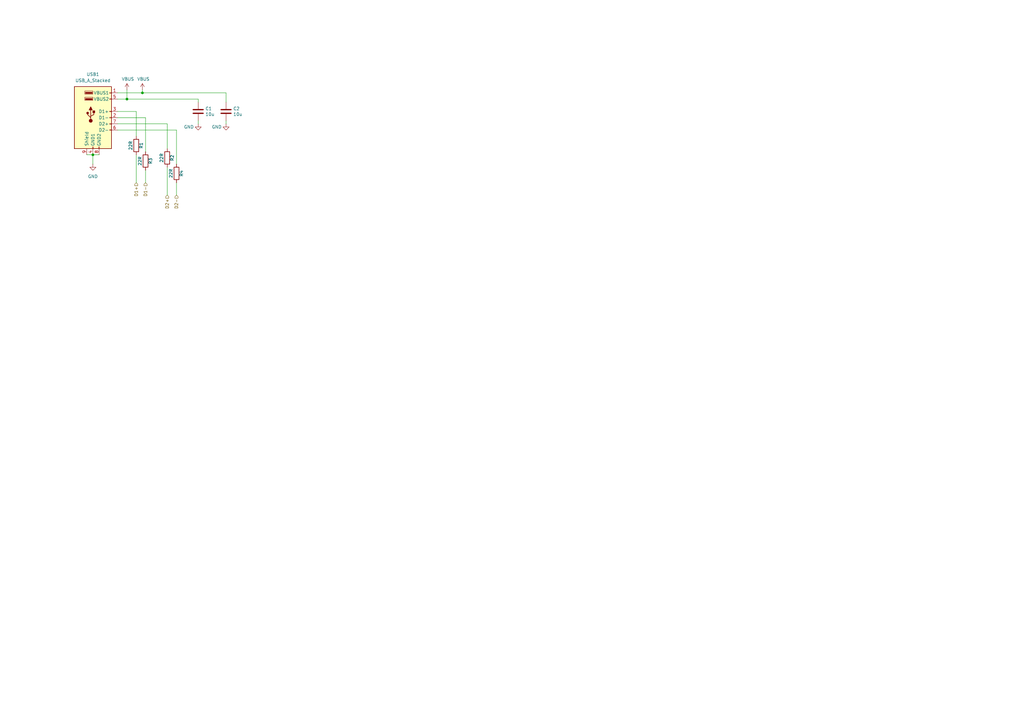
<source format=kicad_sch>
(kicad_sch (version 20231120) (generator "eeschema") (generator_version "8.0")
  (paper "A3")
  (title_block (title "USB to PS/2 Adapter") (date "2025-02-19") (rev "1.1") (company "Mikhail Matveev") (comment 1 "https://github.com/xtremespb/frank"))
  (lib_symbols
    (symbol "Connector:USB_A_Stacked" (pin_names (offset 1.016))
      (property "Reference" "J" (at 0 15.875 0))
      (property "Value" "USB_A_Stacked" (at 0 13.97 0))
      (symbol "USB_A_Stacked_0_1"
        (rectangle (start -7.62 12.7) (end 7.62 -12.7) (stroke (width 0.254)) (fill (type background)))
        (circle (center -2.159 1.905) (radius 0.381) (stroke (width 0.254)) (fill (type outline)))
        (circle (center -0.889 -1.27) (radius 0.635) (stroke (width 0.254)) (fill (type outline)))
        (rectangle (start -0.254 7.366) (end -3.048 7.874) (fill (type outline)))
        (rectangle (start -0.254 9.906) (end -3.048 10.414) (fill (type outline)))
        (rectangle (start -0.127 -12.7) (end 0.127 -11.938))
        (polyline (pts (xy -1.524 3.175) (xy -0.254 3.175) (xy -0.889 4.445) (xy -1.524 3.175)) (stroke (width 0.254)) (fill (type outline)))
        (polyline (pts (xy -0.889 -0.635) (xy -0.889 0) (xy -2.159 1.27) (xy -2.159 1.905)) (stroke (width 0.254)))
        (polyline (pts (xy -0.889 0) (xy -0.889 0.635) (xy 0.381 1.27) (xy 0.381 2.54)) (stroke (width 0.254)))
        (rectangle (start 0 2.794) (end 0.762 2.032) (stroke (width 0.254)) (fill (type outline)))
        (rectangle (start 0 7.112) (end -3.302 8.382))
        (rectangle (start 0 9.652) (end -3.302 10.922))
        (rectangle (start 2.413 -12.7) (end 2.667 -11.938))
        (rectangle (start 7.62 -5.207) (end 6.858 -4.953))
        (rectangle (start 7.62 -2.667) (end 6.858 -2.413))
        (rectangle (start 7.62 -0.127) (end 6.858 0.127))
        (rectangle (start 7.62 2.413) (end 6.858 2.667))
        (rectangle (start 7.62 7.493) (end 6.858 7.747))
        (rectangle (start 7.62 10.033) (end 6.858 10.287))
      )
      (symbol "USB_A_Stacked_1_1"
        (polyline (pts (xy -0.889 0.635) (xy -0.889 3.175)) (stroke (width 0.254)))
        (pin power_in line (at 10.16 10.16 180) (length 2.54) (name "VBUS1") (number "1"))
        (pin bidirectional line (at 10.16 0 180) (length 2.54) (name "D1-") (number "2"))
        (pin bidirectional line (at 10.16 2.54 180) (length 2.54) (name "D1+") (number "3"))
        (pin power_in line (at 0 -15.24 90) (length 2.54) (name "GND1") (number "4"))
        (pin power_in line (at 10.16 7.62 180) (length 2.54) (name "VBUS2") (number "5"))
        (pin bidirectional line (at 10.16 -5.08 180) (length 2.54) (name "D2-") (number "6"))
        (pin bidirectional line (at 10.16 -2.54 180) (length 2.54) (name "D2+") (number "7"))
        (pin power_in line (at 2.54 -15.24 90) (length 2.54) (name "GND2") (number "8"))
        (pin passive line (at -2.54 -15.24 90) (length 2.54) (name "Shield") (number "9"))
      )
    )
    (symbol "Device:C" (pin_numbers hide) (pin_names (offset 0.254))
      (property "Reference" "C" (at 0.635 2.54 0))
      (property "Value" "C" (at 0.635 -2.54 0))
      (symbol "C_0_1"
        (polyline (pts (xy -2.032 -0.762) (xy 2.032 -0.762)) (stroke (width 0.508)))
        (polyline (pts (xy -2.032 0.762) (xy 2.032 0.762)) (stroke (width 0.508)))
      )
      (symbol "C_1_1"
        (pin passive line (at 0 3.81 270) (length 2.794) (name "~") (number "1"))
        (pin passive line (at 0 -3.81 90) (length 2.794) (name "~") (number "2"))
      )
    )
    (symbol "Device:R" (pin_numbers hide) (pin_names (offset 0))
      (property "Reference" "R" (at 2.032 0 90))
      (property "Value" "R" (at 0 0 90))
      (symbol "R_0_1"
        (rectangle (start -1.016 -2.54) (end 1.016 2.54) (stroke (width 0.254)))
      )
      (symbol "R_1_1"
        (pin passive line (at 0 3.81 270) (length 1.27) (name "~") (number "1"))
        (pin passive line (at 0 -3.81 90) (length 1.27) (name "~") (number "2"))
      )
    )
    (symbol "GND_1" (power) (pin_numbers hide) (pin_names (offset 0) hide)
      (property "Value" "GND" (at 0 -3.81 0))
      (symbol "GND_1_0_1"
        (polyline (pts (xy 0 0) (xy 0 -1.27) (xy 1.27 -1.27) (xy 0 -2.54) (xy -1.27 -1.27) (xy 0 -1.27)))
      )
      (symbol "GND_1_1_1"
        (pin power_in line (at 0 0 270) (length 0) (name "~") (number "1"))
      )
    )
    (symbol "power:GND" (power) (pin_names (offset 0))
      (property "Value" "GND" (at 0 -3.81 0))
      (symbol "GND_0_1"
        (polyline (pts (xy 0 0) (xy 0 -1.27) (xy 1.27 -1.27) (xy 0 -2.54) (xy -1.27 -1.27) (xy 0 -1.27)))
      )
      (symbol "GND_1_1"
        (pin power_in line (at 0 0 270) (length 0) hide (name "GND") (number "1"))
      )
    )
    (symbol "power:VBUS" (power) (pin_names (offset 0))
      (property "Value" "VBUS" (at 0 3.81 0))
      (symbol "VBUS_0_1"
        (polyline (pts (xy -0.762 1.27) (xy 0 2.54)))
        (polyline (pts (xy 0 0) (xy 0 2.54)))
        (polyline (pts (xy 0 2.54) (xy 0.762 1.27)))
      )
      (symbol "VBUS_1_1"
        (pin power_in line (at 0 0 90) (length 0) hide (name "VBUS") (number "1"))
      )
    )
  )
  (junction (at 58.42 38.1))
  (junction (at 52.07 40.64))
  (junction (at 38.1 63.5))
  (wire (pts (xy 58.42 36.83) (xy 58.42 38.1)))
  (wire (pts (xy 55.88 45.72) (xy 55.88 55.88)))
  (wire (pts (xy 48.26 53.34) (xy 72.39 53.34)))
  (wire (pts (xy 48.26 50.8) (xy 68.58 50.8)))
  (wire (pts (xy 52.07 40.64) (xy 81.28 40.64)))
  (wire (pts (xy 55.88 63.5) (xy 55.88 74.93)))
  (wire (pts (xy 81.28 49.53) (xy 81.28 50.8)))
  (wire (pts (xy 72.39 53.34) (xy 72.39 67.31)))
  (wire (pts (xy 92.71 49.53) (xy 92.71 50.8)))
  (wire (pts (xy 35.56 63.5) (xy 38.1 63.5)))
  (wire (pts (xy 59.69 48.26) (xy 59.69 62.23)))
  (wire (pts (xy 68.58 68.58) (xy 68.58 80.01)))
  (wire (pts (xy 81.28 40.64) (xy 81.28 41.91)))
  (wire (pts (xy 38.1 63.5) (xy 38.1 67.31)))
  (wire (pts (xy 48.26 48.26) (xy 59.69 48.26)))
  (wire (pts (xy 92.71 41.91) (xy 92.71 38.1)))
  (wire (pts (xy 72.39 74.93) (xy 72.39 80.01)))
  (wire (pts (xy 38.1 63.5) (xy 40.64 63.5)))
  (wire (pts (xy 52.07 36.83) (xy 52.07 40.64)))
  (wire (pts (xy 58.42 38.1) (xy 92.71 38.1)))
  (wire (pts (xy 48.26 40.64) (xy 52.07 40.64)))
  (wire (pts (xy 59.69 69.85) (xy 59.69 74.93)))
  (wire (pts (xy 48.26 38.1) (xy 58.42 38.1)))
  (wire (pts (xy 48.26 45.72) (xy 55.88 45.72)))
  (wire (pts (xy 68.58 50.8) (xy 68.58 60.96)))
  (hierarchical_label "D2+" (shape input) (at 68.58 80.01 270))
  (hierarchical_label "D1-" (shape input) (at 59.69 74.93 270))
  (hierarchical_label "D1+" (shape input) (at 55.88 74.93 270))
  (hierarchical_label "D2-" (shape input) (at 72.39 80.01 270))
  (symbol (lib_id "Connector:USB_A_Stacked") (at 38.1 48.26 0) (unit 1)
    (property "Reference" "USB1" (at 38.1 30.48 0))
    (property "Value" "USB_A_Stacked" (at 38.1 33.02 0))
    (property "Footprint" "FRANK:USB Type A (stacked)" (effects (hide yes)))
    (property "Description" "USB Type A connector, stacked" (effects (hide yes)))
  )
  (symbol (lib_id "Device:C") (at 81.28 45.72 0) (unit 1)
    (property "Reference" "C1" (at 84.201 44.5516 0) (effects (justify left)))
    (property "Value" "10u" (at 84.201 46.863 0) (effects (justify left)))
    (property "Footprint" "FRANK:Capacitor (0805)" (effects (hide yes)))
  )
  (symbol (lib_id "Device:R") (at 59.69 66.04 0) (mirror x) (unit 1)
    (property "Reference" "R3" (at 61.722 66.04 90))
    (property "Value" "22R" (at 57.404 66.04 90))
    (property "Footprint" "FRANK:Resistor (0805)" (effects (hide yes)))
  )
  (symbol (lib_id "Device:C") (at 92.71 45.72 0) (unit 1)
    (property "Reference" "C2" (at 95.631 44.5516 0) (effects (justify left)))
    (property "Value" "10u" (at 95.631 46.863 0) (effects (justify left)))
    (property "Footprint" "FRANK:Capacitor (0805)" (effects (hide yes)))
  )
  (symbol (lib_id "power:VBUS") (at 52.07 36.83 0) (unit 1)
    (property "Reference" "#PWR04" (effects (hide yes)))
    (property "Value" "VBUS" (at 52.451 32.4358 0))
  )
  (symbol (lib_id "power:GND") (at 81.28 50.8 0) (unit 1)
    (property "Reference" "#PWR06" (effects (hide yes)))
    (property "Value" "GND" (at 77.47 52.07 0))
  )
  (symbol (lib_id "Device:R") (at 68.58 64.77 0) (mirror x) (unit 1)
    (property "Reference" "R2" (at 70.612 64.77 90))
    (property "Value" "22R" (at 66.294 64.77 90))
    (property "Footprint" "FRANK:Resistor (0805)" (effects (hide yes)))
  )
  (symbol (lib_id "power:GND") (at 92.71 50.8 0) (unit 1)
    (property "Reference" "#PWR07" (effects (hide yes)))
    (property "Value" "GND" (at 88.9 52.07 0))
  )
  (symbol (lib_id "Device:R") (at 55.88 59.69 0) (mirror x) (unit 1)
    (property "Reference" "R1" (at 57.912 59.69 90))
    (property "Value" "22R" (at 53.594 59.69 90))
    (property "Footprint" "FRANK:Resistor (0805)" (effects (hide yes)))
  )
  (symbol (lib_id "power:VBUS") (at 58.42 36.83 0) (unit 1)
    (property "Reference" "#PWR05" (effects (hide yes)))
    (property "Value" "VBUS" (at 58.801 32.4358 0))
  )
  (symbol (lib_name "GND_1") (lib_id "power:GND") (at 38.1 67.31 0) (unit 1)
    (property "Reference" "#PWR08" (effects (hide yes)))
    (property "Value" "GND" (at 38.1 72.39 0))
    (property "Description" "Power symbol creates a global label with name \"GND\" , ground" (effects (hide yes)))
  )
  (symbol (lib_id "Device:R") (at 72.39 71.12 0) (mirror x) (unit 1)
    (property "Reference" "R4" (at 74.422 71.12 90))
    (property "Value" "22R" (at 70.104 71.12 90))
    (property "Footprint" "FRANK:Resistor (0805)" (effects (hide yes)))
  )
)
</source>
